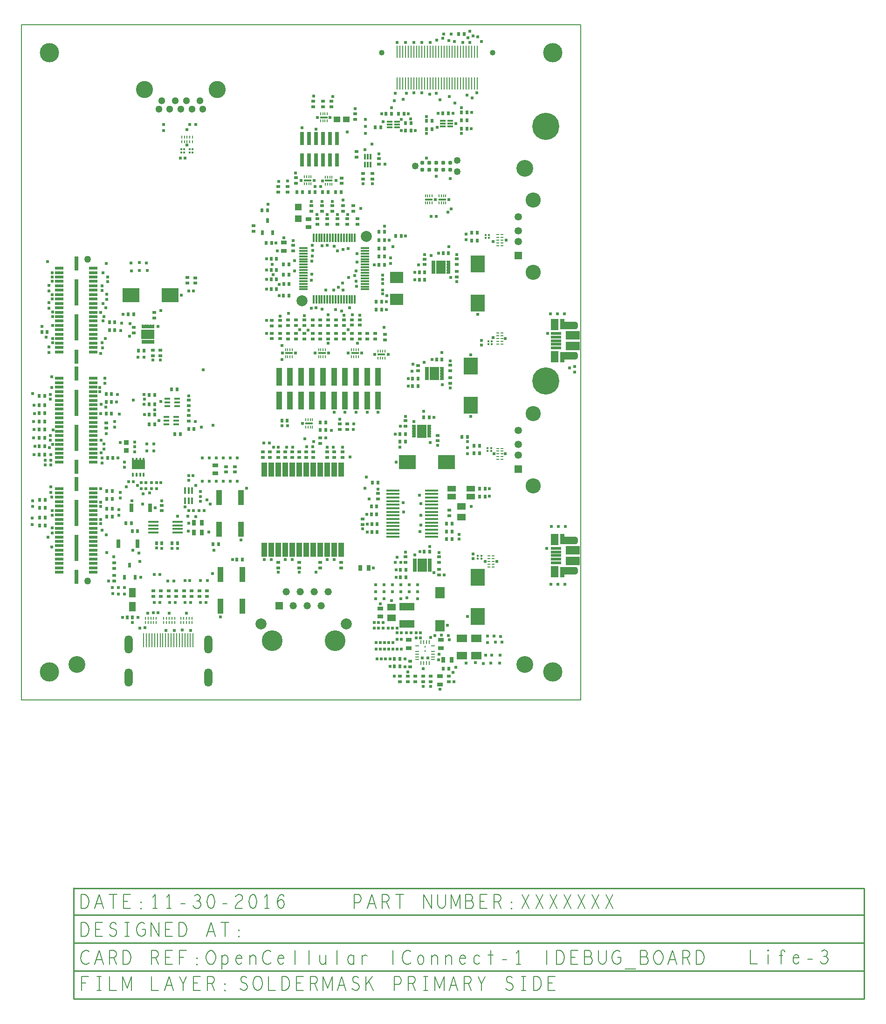
<source format=gbr>
G04 ================== begin FILE IDENTIFICATION RECORD ==================*
G04 Layout Name:  D:/shamshu/Dburg/final/OC_Connect-1_DEBUG_Life-3_final.brd*
G04 Film Name:    smpr.gbr*
G04 File Format:  Gerber RS274X*
G04 File Origin:  Cadence Allegro 16.6-2015-S060*
G04 Origin Date:  Thu Dec 01 02:08:26 2016*
G04 *
G04 Layer:  VIA CLASS/SOLDERMASK_TOP*
G04 Layer:  PIN/SOLDERMASK_TOP*
G04 Layer:  PACKAGE GEOMETRY/SOLDERMASK_TOP*
G04 Layer:  DRAWING FORMAT/SMPR*
G04 Layer:  DRAWING FORMAT/FILM_LABEL_OUTLINE*
G04 Layer:  BOARD GEOMETRY/OUTLINE*
G04 Layer:  BOARD GEOMETRY/SOLDERMASK_TOP*
G04 *
G04 Offset:    (0.000 0.000)*
G04 Mirror:    No*
G04 Mode:      Positive*
G04 Rotation:  0*
G04 FullContactRelief:  No*
G04 UndefLineWidth:     6.000*
G04 ================== end FILE IDENTIFICATION RECORD ====================*
%FSLAX25Y25*MOIN*%
%IR0*IPPOS*OFA0.00000B0.00000*MIA0B0*SFA1.00000B1.00000*%
%ADD62R,.066929X.07874*%
%ADD72R,.010984X.089488*%
%ADD60R,.11X.055*%
%AMMACRO85*
4,1,23,-.062008,.035925,
.050071,.035925,
.052666,.035031,
.055067,.0337,
.0572,.031973,
.059001,.029901,
.060415,.027548,
.061398,.024985,
.061922,.022291,
.062008,.020645,
.062008,.000397,
.061769,-.002338,
.061058,-.004989,
.059898,-.007477,
.058324,-.009726,
.056383,-.011667,
.054134,-.013242,
.051646,-.014402,
.048995,-.015112,
.047984,-.015257,
-.034449,-.015257,
-.034449,-.035926,
-.062008,-.035926,
-.062008,.035925,
0.0*
%
%ADD85MACRO85*%
%ADD21R,.029X.104*%
%ADD13O,.059X.13*%
%ADD14C,.12*%
%AMMACRO86*
4,1,23,-.062008,-.035926,
.050071,-.035926,
.052666,-.035032,
.055067,-.033701,
.0572,-.031974,
.059001,-.029902,
.060415,-.027549,
.061398,-.024986,
.061922,-.022292,
.062008,-.020646,
.062008,-.000398,
.061769,.002337,
.061058,.004988,
.059898,.007476,
.058324,.009725,
.056383,.011666,
.054134,.013241,
.051646,.014401,
.048995,.015111,
.047984,.015256,
-.034449,.015256,
-.034449,.035925,
-.062008,.035925,
-.062008,-.035926,
0.0*
%
%ADD86MACRO86*%
%ADD46R,.04016X.10315*%
%ADD78C,.108*%
%ADD77R,.019X.008*%
%ADD30R,.008X.019*%
%ADD45C,.148*%
%ADD83C,.194*%
%ADD22R,.029X.189*%
%ADD29C,.122047*%
%ADD84R,.102362X.060039*%
%ADD56R,.008661X.014173*%
%ADD49R,.040157X.129921*%
%ADD10C,.137795*%
%ADD32R,.03937X.108268*%
%ADD57R,.008661X.015748*%
%ADD28R,.12X.1*%
%ADD75R,.1X.12*%
%ADD48R,.008661X.019685*%
%ADD59R,.027559X.009843*%
%ADD58R,.009843X.027559*%
%ADD17R,.03X.024*%
%ADD16R,.03X.06*%
%ADD39R,.012X.025*%
%ADD15R,.024X.03*%
%ADD64R,.025X.012*%
%ADD36R,.04X.015*%
%ADD20R,.061X.022*%
%ADD35R,.017X.05*%
%ADD12R,.05X.07*%
%ADD71R,.039X.012*%
%ADD70R,.012X.039*%
%ADD37R,.043X.028*%
%ADD23R,.038X.032*%
%ADD34R,.028X.043*%
%ADD33R,.075X.015*%
%ADD19C,.05*%
%ADD61R,.059X.051*%
%ADD11C,.024*%
%ADD43C,.052*%
%ADD82C,.053*%
%ADD76R,.075X.055*%
%ADD24R,.02X.02*%
%ADD65R,.095X.018*%
%ADD74C,.04016*%
%ADD42R,.052X.052*%
%ADD81R,.053X.053*%
%ADD67R,.094X.079*%
%ADD44C,.079*%
%ADD41C,.051181*%
%ADD38R,.098X.069*%
%ADD63R,.069X.098*%
%ADD40R,.011811X.011811*%
%ADD69C,.04937*%
%ADD18R,.023622X.033465*%
%ADD68C,.030984*%
%ADD51R,.011811X.062992*%
%ADD50C,.07874*%
%ADD52R,.062992X.011811*%
%ADD54R,.045276X.043307*%
%ADD53R,.047244X.047244*%
%ADD25R,.016535X.017717*%
%ADD73R,.019685X.023622*%
%ADD47R,.055118X.015748*%
%ADD79R,.055118X.07874*%
%ADD66R,.059055X.03937*%
%ADD26R,.016535X.027559*%
%ADD55R,.029134X.094488*%
%ADD80R,.072835X.019685*%
%ADD31R,.011X.102*%
%ADD27R,.093307X.066929*%
%ADD87C,.01*%
%ADD88C,.006*%
G75*
%LPD*%
G75*
G36*
G01X85880Y265650D02*
X94956D01*
Y268150D01*
X85880D01*
Y265650D01*
G37*
G36*
G01Y254850D02*
X94956D01*
Y257350D01*
X85880D01*
Y254850D01*
G37*
G36*
G01X290768Y100938D02*
Y91862D01*
X293268D01*
Y100938D01*
X290768D01*
G37*
G36*
G01X279968D02*
Y91862D01*
X282468D01*
Y100938D01*
X279968D01*
G37*
G36*
G01X299468Y237838D02*
Y228762D01*
X301968D01*
Y237838D01*
X299468D01*
G37*
G36*
G01X288668D02*
Y228762D01*
X291168D01*
Y237838D01*
X288668D01*
G37*
G36*
G01X304168Y313838D02*
Y304762D01*
X306668D01*
Y313838D01*
X304168D01*
G37*
G36*
G01X293368D02*
Y304762D01*
X295868D01*
Y313838D01*
X293368D01*
G37*
G36*
G01X279468Y187662D02*
Y196738D01*
X281968D01*
Y187662D01*
X279468D01*
G37*
G36*
G01X290268D02*
Y196738D01*
X292768D01*
Y187662D01*
X290268D01*
G37*
G54D10*
X20000Y20000D03*
Y462677D03*
X380000Y20000D03*
Y462677D03*
G54D11*
X7500Y125500D03*
Y130000D03*
X7922Y142235D03*
X8000Y138500D03*
Y219000D03*
X9000Y175500D03*
Y193500D03*
X8500Y187500D03*
X9500Y181500D03*
X8500Y199075D03*
X9000Y210575D03*
X9250Y204750D03*
X72250Y59000D03*
X84518Y51500D03*
X79387Y55432D03*
X83318Y59000D03*
X73718Y75700D03*
X69318Y75800D03*
X65118Y75900D03*
X39218Y133750D03*
Y108750D03*
Y88000D03*
X62218Y85032D03*
X85153Y87565D03*
X21000Y148500D03*
X21500Y144875D03*
X22000Y135500D03*
Y132000D03*
Y123000D03*
Y119500D03*
X56500Y141500D03*
Y138500D03*
Y129000D03*
Y126000D03*
X84000Y105000D03*
X61000Y105500D03*
X79000Y142500D03*
X73618Y80500D03*
X69418D03*
X65100D03*
X79500Y107000D03*
X66000Y102500D03*
X84518Y99000D03*
X70500Y148500D03*
X69500Y136000D03*
X70500Y144500D03*
X69500Y132000D03*
X60500Y118000D03*
X21500Y109500D03*
X57500Y121500D03*
X19000Y116500D03*
X39218Y212500D03*
Y187500D03*
Y166750D03*
Y154500D03*
X21500Y223500D03*
X22225Y182662D03*
X19787Y180293D03*
X21000Y152500D03*
X56500Y151000D03*
X60250Y209250D03*
X60500Y190500D03*
X56000Y223500D03*
Y220500D03*
X57000Y185825D03*
X56876Y176845D03*
X70000Y204500D03*
X69000Y173000D03*
X75000Y152500D03*
X70500Y184000D03*
X81000Y184500D03*
X22500Y193000D03*
X56945Y211315D03*
X56500Y204725D03*
X73500Y166500D03*
X83000Y153500D03*
X73500Y170000D03*
X79950Y214500D03*
X68000Y213000D03*
X66500Y195000D03*
Y199000D03*
X20500Y215000D03*
Y218500D03*
X57500Y169500D03*
Y173000D03*
X68500Y218500D03*
X59000Y179500D03*
X20503Y185594D03*
X21000Y168000D03*
X17000D03*
X21000Y171500D03*
X17000D03*
X21000Y175375D03*
X20500Y188994D03*
X59000Y183000D03*
X14500Y267000D03*
X39218Y245500D03*
Y266250D03*
Y291250D03*
X22218Y255250D03*
Y258400D03*
Y267850D03*
Y274150D03*
Y277300D03*
X22000Y286625D03*
Y289775D03*
X56736Y247700D03*
X57736Y255500D03*
X57836Y251700D03*
X58218Y270875D03*
Y283475D03*
X60436Y280325D03*
X57736Y292800D03*
X57626Y296198D03*
X39218Y233250D03*
X83218Y244900D03*
X72618Y275800D03*
X21500Y231000D03*
X19500Y279900D03*
Y283900D03*
X61000Y286500D03*
Y290000D03*
X19500Y292500D03*
Y296500D03*
X59037Y274175D03*
X56675Y277175D03*
X19500Y248500D03*
X59500Y226500D03*
X19500Y252500D03*
X59500Y230000D03*
X77418Y259900D03*
X60000Y258275D03*
X17500Y259500D03*
X71000Y264000D03*
X71500Y269500D03*
X77518Y269200D03*
X39218Y312000D03*
X22000Y299350D03*
X58218Y305525D03*
X22000Y305500D03*
Y302500D03*
X60500Y312000D03*
X61500Y299000D03*
Y302500D03*
X18500Y313500D03*
X78518Y306800D03*
X84418Y307100D03*
X84218Y312700D03*
X78418Y312500D03*
X103118Y49659D03*
X109118Y49700D03*
X114918Y50100D03*
X121018Y49659D03*
X90118Y62100D03*
X117918Y62200D03*
X105682Y62000D03*
X142126Y59500D03*
X97716Y62390D03*
X94318Y62500D03*
X88218Y51600D03*
X94868Y69650D03*
X99008D03*
X105918Y69700D03*
X110058D03*
X116918D03*
X121058D03*
X127918D03*
X132058D03*
X100387Y108300D03*
X107649D03*
X111618Y131282D03*
X87000Y147500D03*
X117000Y138000D03*
X136500Y90500D03*
X156874Y114500D03*
X94798Y89700D03*
X98938D03*
X104600Y85000D03*
X109034Y85200D03*
X116917Y85299D03*
X120333D03*
X127917D03*
X132800Y85300D03*
X134000Y120000D03*
X124500Y131000D03*
X119168Y120750D03*
X119518Y126300D03*
X135000Y140000D03*
X111618Y108300D03*
X128000Y149000D03*
X86500Y140000D03*
X100118Y142500D03*
X95500Y137500D03*
X96450Y108800D03*
X132500Y143000D03*
X137500Y107000D03*
X151000Y100500D03*
X91500Y148000D03*
X119000Y131500D03*
X129218Y156400D03*
X154218D03*
X149218D03*
X144218D03*
X139218D03*
X134218D03*
X119718Y217500D03*
X124218Y199000D03*
X87918Y204000D03*
X87718Y211500D03*
X87818Y215100D03*
X99500Y155500D03*
X124500Y153500D03*
X98218Y199740D03*
X128500Y195000D03*
X95187Y207500D03*
X119718Y207000D03*
X122500Y160500D03*
X87618Y218500D03*
X137000Y196500D03*
X99500Y213500D03*
X89500Y178000D03*
X94500D03*
Y183000D03*
X129418Y173000D03*
X134418D03*
X154418D03*
X149418D03*
X144418D03*
X139418D03*
X89500Y183000D03*
X93518Y259500D03*
X93818Y263500D03*
X87018D03*
X87118Y259700D03*
X90418Y261500D03*
X114418Y289500D03*
X99500Y278300D03*
X99418Y242932D03*
X93918D03*
X87718Y245200D03*
X130000Y236000D03*
X119568Y292450D03*
X122968D03*
X97718Y266900D03*
X89818Y307100D03*
X89418Y312500D03*
X118418Y407677D03*
Y396677D03*
X113500Y387500D03*
X101557Y411443D03*
X120242Y411206D03*
X101557Y407151D03*
X124534Y411206D03*
X117000Y387500D03*
X210710Y91523D03*
X198718Y91532D03*
X183718D03*
X223718Y100442D03*
X218718D03*
X193718D03*
X178718D03*
X173718D03*
X188718D03*
X200962Y197700D03*
X183718Y180668D03*
X202618Y186800D03*
X229718Y180668D03*
X231362Y205604D03*
X223488D03*
X227518Y200668D03*
X217518Y187268D03*
X190118Y196200D03*
X161000Y151500D03*
X186150Y196100D03*
X221618Y192800D03*
X208884Y184866D03*
X180322Y180828D03*
X177288Y183535D03*
X222818Y180800D03*
X173148Y183535D03*
X208218Y181200D03*
X189568Y180850D03*
X204078Y181200D03*
X218600Y180800D03*
X193900Y180700D03*
X195961Y247900D03*
X219583D03*
X186449D03*
X210071D03*
X184150Y289200D03*
X184250Y297200D03*
X175250Y293800D03*
X217718Y293000D03*
X229818Y293100D03*
X219218Y254932D03*
X226518Y294900D03*
X186218Y253400D03*
X186118Y243500D03*
X230718Y275200D03*
X219218Y275300D03*
X202218Y274800D03*
X175118Y271500D03*
X190818Y276400D03*
X223218Y293000D03*
X224568Y279150D03*
X228950Y278104D03*
X175418Y262000D03*
X199018Y264700D03*
X205018Y264500D03*
X207118Y280200D03*
X210736Y280300D03*
X214989Y279471D03*
X185018Y274400D03*
X200000Y371500D03*
X215200Y371200D03*
X175250Y300600D03*
Y307400D03*
Y315400D03*
X182087Y326700D03*
X194218Y328232D03*
X187718Y330417D03*
X225918Y347168D03*
X218697D03*
X211218Y347200D03*
X222418Y356468D03*
X214918D03*
X207418D03*
X225918Y321200D03*
X179835Y303906D03*
X179401Y311265D03*
X207228Y300038D03*
X207918Y317300D03*
X209200Y371300D03*
X224800D03*
X176118Y354500D03*
X229618Y298100D03*
X195318Y313900D03*
X195118Y306700D03*
X229818Y322100D03*
X182918Y321100D03*
X208418Y321300D03*
X207718Y304400D03*
X230018Y357500D03*
X233318Y347200D03*
X207768Y313850D03*
X223613Y324500D03*
X218718Y325200D03*
X214818Y324800D03*
X207828Y325190D03*
X183900Y370800D03*
X190200Y370900D03*
X214000Y367200D03*
X209968Y366900D03*
X211700Y416500D03*
X210500Y408000D03*
X200500Y409000D03*
X220600Y416500D03*
X208900Y431600D03*
X196000Y376800D03*
X232800Y406000D03*
X222500Y431500D03*
X305918Y42900D03*
X305218Y46200D03*
X300218Y46500D03*
X295518Y46200D03*
X282218Y44500D03*
X285218D03*
X268718Y51500D03*
X255218D03*
X258718D03*
X262218D03*
X265218D03*
X274218Y23732D03*
X252218Y55500D03*
X255218D03*
X278718Y48000D03*
X285218D03*
X282218D03*
X275218D03*
X271718D03*
X268718D03*
X252218Y51500D03*
X292550Y44542D03*
X271718Y43500D03*
X266718Y16968D03*
X263550Y24000D03*
X258718Y55500D03*
X268718Y43500D03*
X290718Y30000D03*
X286718D03*
X287218Y22500D03*
X283318Y72300D03*
X271318D03*
X259318D03*
X253318D03*
X275718Y73100D03*
X256718Y68853D03*
X264718Y70987D03*
X299218Y7647D03*
X292718Y9832D03*
X287218D03*
X253718Y41000D03*
X268718Y36500D03*
X265718D03*
X262718D03*
X271718D03*
X259718Y41000D03*
X262718D03*
X265718D03*
X256718D03*
X253718Y36500D03*
X256718D03*
X259718D03*
X254218Y29500D03*
X257218D03*
X260218D03*
X263550D03*
X298718Y32816D03*
X274218Y29500D03*
X298365Y28700D03*
X276218Y20000D03*
X304618Y53300D03*
X286518Y96500D03*
X284618Y99700D03*
X288518Y99600D03*
X284518Y93200D03*
X288518Y93100D03*
X247250Y125700D03*
Y120100D03*
X244018Y122232D03*
X251571Y94500D03*
X246950Y132800D03*
X274718Y105613D03*
X302218Y89432D03*
X298518Y105513D03*
X285618Y125200D03*
X284718Y146400D03*
X285518Y140400D03*
X285589Y131916D03*
X273247Y134484D03*
X281234Y103635D03*
X285018Y106144D03*
X268618Y102000D03*
X267118Y98500D03*
X271218Y98476D03*
X267850Y93200D03*
Y87700D03*
X283318Y77300D03*
X277318D03*
X271318D03*
X265318D03*
X259318D03*
X253318D03*
X283318Y82300D03*
X277318D03*
X271318D03*
X265318D03*
X259318D03*
X253318D03*
X295018Y91044D03*
X292018Y109600D03*
X248618Y143800D03*
X285000Y120500D03*
X273000Y141000D03*
X287918Y189000D03*
X283968Y188700D03*
X288118Y195300D03*
X284218Y195400D03*
X286118Y192200D03*
X297518Y182032D03*
X274518Y202868D03*
X306718Y223132D03*
X267818Y170200D03*
X254984Y205604D03*
X247110D03*
X239236D03*
X254818Y150768D03*
X280729Y199108D03*
X287581Y206500D03*
X270550Y180800D03*
X267350Y190200D03*
X271018Y195700D03*
X237487Y197468D03*
X245518Y151500D03*
X246518Y159500D03*
X292418Y184200D03*
X294818Y202200D03*
X237318Y193532D03*
X234818Y173632D03*
X260887Y278900D03*
X295318Y233400D03*
X293418Y236600D03*
X297318Y236500D03*
X293168Y229900D03*
X297118Y230200D03*
X261249Y288900D03*
X260987Y284700D03*
X252662Y247000D03*
X233693Y247900D03*
X262174Y247000D03*
X243205Y247900D03*
X280018Y240100D03*
X306718Y242469D03*
X287918Y241500D03*
X239618Y295700D03*
X293581Y243300D03*
X276550Y224300D03*
Y229800D03*
X279218Y235200D03*
X240318Y255100D03*
X300618Y248300D03*
X301018Y225400D03*
X259418Y266500D03*
X234500Y280500D03*
X233518Y264700D03*
X236500Y275500D03*
X242018Y274900D03*
X274618Y331700D03*
X233887Y301900D03*
X300118Y309400D03*
X298218Y312600D03*
X302118Y312500D03*
X297968Y305900D03*
X301918Y306200D03*
X258318Y303778D03*
X305774Y357800D03*
X295974D03*
X288418Y318368D03*
X293018Y317600D03*
X262918Y328700D03*
X259587Y338600D03*
X239318Y306800D03*
X252218Y311000D03*
X244300Y369100D03*
X251000Y369000D03*
X298281Y319300D03*
X281250Y300300D03*
Y305800D03*
X283918Y311200D03*
X264018Y312147D03*
Y316152D03*
X305718Y324000D03*
X306918Y302200D03*
X239118Y299300D03*
X239818Y312950D03*
X238318Y303500D03*
X296718Y345800D03*
X239918Y319000D03*
X242718Y351500D03*
X293056Y345800D03*
X304787Y348669D03*
X233518Y322800D03*
X265700Y324100D03*
X278437Y415500D03*
X257532Y418969D03*
X276468Y419032D03*
X289563Y405000D03*
X299350Y429050D03*
X296600Y433700D03*
X292000Y433000D03*
X286406Y434100D03*
X306618Y372700D03*
X296718Y374300D03*
X289718Y387500D03*
X255500Y390500D03*
X245500Y393500D03*
X267200Y433700D03*
X275400D03*
X280500Y434100D03*
X238700Y422800D03*
X289500Y417000D03*
X258500Y413500D03*
X297294Y409500D03*
X260000Y383000D03*
X264500Y423500D03*
X273000Y429500D03*
X271500Y407000D03*
X266500Y428500D03*
X246000Y405132D03*
Y410131D03*
X250700Y397300D03*
X246000Y415131D03*
X306095Y431300D03*
X271500Y415000D03*
X281668Y407000D03*
X298000Y419500D03*
X268698Y470100D03*
X274604D03*
X280509D03*
X286415D03*
X292320D03*
X297100Y471700D03*
X305516Y471484D03*
X301400Y472900D03*
X343518Y41500D03*
X338818Y41400D03*
X333418Y41000D03*
X342618Y45500D03*
X338018Y45700D03*
X333118Y45600D03*
X318818Y59700D03*
X309218Y13032D03*
X310518Y23500D03*
X308552Y19658D03*
X331918Y31900D03*
X336318Y32100D03*
X342118D03*
X341918Y26300D03*
X335718D03*
X330218Y26200D03*
X317918Y26300D03*
X324718Y26600D03*
X378818Y124100D03*
X378618Y82600D03*
X339794Y99000D03*
X331642D03*
X321618Y138400D03*
X375618Y108300D03*
X322818Y100900D03*
X313038Y118500D03*
X322818Y104300D03*
X313038Y115100D03*
X334596Y145655D03*
X346092Y175926D03*
X337940D03*
X318787Y184800D03*
X321318Y202700D03*
X318918Y176100D03*
Y180400D03*
X334579Y151155D03*
X378218Y275900D03*
X346092Y258400D03*
X337218Y259100D03*
X326118Y275800D03*
X376118Y261900D03*
X329018Y253700D03*
X328918Y257173D03*
X321318Y246700D03*
X346718Y328626D03*
X337168Y327650D03*
X311418Y299132D03*
Y318468D03*
X318017Y329199D03*
X317916Y332894D03*
X307418Y351000D03*
X310706Y412000D03*
X321468Y408532D03*
X325776Y434100D03*
X318700Y432500D03*
X308500Y419500D03*
X322000Y420000D03*
X322400Y430500D03*
X310032Y426800D03*
X314500Y405000D03*
Y423500D03*
X315700Y470100D03*
X329000Y470700D03*
X319343Y473450D03*
X322900Y474700D03*
X326300Y473900D03*
X320700Y470200D03*
X320500Y478100D03*
X309700Y470600D03*
X388818Y124100D03*
X383818D03*
X388618Y82600D03*
X383618D03*
X388218Y275900D03*
X383218D03*
X395500Y238500D03*
Y234500D03*
X392000Y237500D03*
G54D20*
X51368Y94475D03*
Y97625D03*
Y100775D03*
Y103925D03*
X27068D03*
Y100775D03*
Y97625D03*
Y94475D03*
Y91325D03*
X51368D03*
X27068Y107075D03*
X51368D03*
Y116525D03*
Y110225D03*
Y113375D03*
X27068Y135425D03*
Y132275D03*
Y129125D03*
Y125975D03*
Y122825D03*
Y119675D03*
X51368D03*
Y122825D03*
Y125975D03*
Y129125D03*
Y132275D03*
Y135425D03*
X27068Y116525D03*
Y113375D03*
Y110225D03*
Y148025D03*
Y144875D03*
Y141725D03*
Y138575D03*
X51368D03*
Y141725D03*
Y144875D03*
Y148025D03*
X27068Y151175D03*
X51368D03*
Y195275D03*
Y192125D03*
Y188975D03*
Y185825D03*
Y182675D03*
Y179525D03*
Y176375D03*
Y173225D03*
Y170075D03*
X27068D03*
Y173225D03*
Y176375D03*
Y179525D03*
Y182675D03*
Y185825D03*
Y188975D03*
Y192125D03*
Y195275D03*
X51368Y220475D03*
Y217325D03*
Y214175D03*
Y211025D03*
Y207875D03*
Y204725D03*
Y201575D03*
Y198425D03*
X27068D03*
Y201575D03*
Y204725D03*
Y207875D03*
Y211025D03*
Y214175D03*
Y217325D03*
Y220475D03*
X51368Y226775D03*
Y223625D03*
X27068D03*
Y226775D03*
X51368Y229925D03*
X27068D03*
Y274025D03*
Y270875D03*
Y267725D03*
Y264575D03*
Y261425D03*
Y258275D03*
Y255125D03*
Y251975D03*
Y248825D03*
Y296075D03*
Y292925D03*
Y289775D03*
Y286625D03*
Y283475D03*
Y280325D03*
Y277175D03*
X51368Y248825D03*
Y251975D03*
Y255125D03*
Y258275D03*
Y261425D03*
Y264575D03*
Y267725D03*
Y270875D03*
Y274025D03*
Y277175D03*
Y280325D03*
Y283475D03*
Y286625D03*
Y289775D03*
Y292925D03*
Y296075D03*
X27068Y305525D03*
Y302375D03*
Y299225D03*
Y308675D03*
X51368Y299225D03*
Y302375D03*
Y305525D03*
Y308675D03*
G54D12*
X79418Y76800D03*
Y66800D03*
G54D30*
X121855Y58426D03*
X119887D03*
X117918D03*
X115949D03*
X113981D03*
Y55374D03*
X115949D03*
X117918D03*
X119887D03*
X121855D03*
X88509D03*
X90477D03*
X92446D03*
X94415D03*
X96383D03*
Y58426D03*
X94415D03*
X92446D03*
X90477D03*
X88509D03*
X101745Y55374D03*
X103713D03*
X105682D03*
X107651D03*
X109619D03*
Y58426D03*
X107651D03*
X105682D03*
X103713D03*
X101745D03*
X122355Y402203D03*
X120387D03*
X118418D03*
X116449D03*
X114481D03*
Y399151D03*
X116449D03*
X118418D03*
X120387D03*
X122355D03*
G54D21*
X39218Y88000D03*
Y154500D03*
Y166750D03*
Y233250D03*
Y245500D03*
Y312000D03*
G54D31*
X87302Y42559D03*
X89270D03*
X91239D03*
X93207D03*
X95176D03*
X97144D03*
X99113D03*
X101081D03*
X103050D03*
X105018D03*
X106987D03*
X108955D03*
X110924D03*
X112892D03*
X114861D03*
X116829D03*
X118798D03*
X120766D03*
X122735D03*
G54D40*
X122402Y393858D03*
Y391496D03*
X120434Y393858D03*
Y391496D03*
X116402Y393858D03*
Y391496D03*
X114434Y393858D03*
Y391496D03*
X328799Y100916D03*
X326437D03*
X328799Y102884D03*
X326437D03*
X335797Y177926D03*
X333435D03*
X335797Y179894D03*
X333435D03*
X336397Y254516D03*
X334035D03*
X336397Y256484D03*
X334035D03*
X334297Y330442D03*
X331935D03*
X334297Y332411D03*
X331935D03*
G54D22*
X39218Y108750D03*
Y133750D03*
Y187500D03*
Y212500D03*
Y266250D03*
Y291250D03*
G54D13*
X76475Y16103D03*
Y39567D03*
X133561Y16103D03*
Y39567D03*
G54D50*
X200549Y285231D03*
X246687Y331369D03*
G54D41*
X109981Y428408D03*
X117855D03*
X100139D03*
X127698D03*
X98170Y422502D03*
X106044D03*
X113918D03*
X121792D03*
X129666D03*
G54D23*
X75000Y178500D03*
Y184100D03*
G54D32*
X157874Y67181D03*
X142126D03*
X141126Y122181D03*
Y144819D03*
X156874Y122181D03*
Y144819D03*
X157874Y89819D03*
X142126D03*
G54D14*
X39718Y25300D03*
X360000D03*
Y380000D03*
G54D51*
X230508Y286253D03*
X228539D03*
X226571D03*
X224602D03*
X222634D03*
X220665D03*
X218697D03*
X216728D03*
X214760D03*
X212791D03*
X210823D03*
X208854D03*
Y330347D03*
X210823D03*
X212791D03*
X214760D03*
X216728D03*
X218697D03*
X220665D03*
X222634D03*
X224602D03*
X226571D03*
X228539D03*
X230508D03*
X238382Y286253D03*
X236413D03*
X234445D03*
X232476D03*
Y330347D03*
X234445D03*
X236413D03*
X238382D03*
G54D42*
X184218Y67500D03*
G54D24*
X80000Y156000D03*
X76500D03*
X81000Y177500D03*
Y181000D03*
X130500Y135500D03*
X127000D03*
X128000Y145500D03*
Y142000D03*
X123000Y135500D03*
X119500D03*
X93000Y155500D03*
X96500D03*
X85500D03*
X89000D03*
Y151000D03*
X85500D03*
X119500Y160500D03*
Y157000D03*
X96500Y151000D03*
X93000D03*
X258318Y290422D03*
Y293178D03*
Y300578D03*
Y297822D03*
G54D33*
X94118Y119700D03*
Y122260D03*
Y124820D03*
Y127380D03*
X111618D03*
Y124820D03*
Y122260D03*
Y119700D03*
G54D15*
X79387Y59000D03*
X75450D03*
X74532Y126500D03*
X78468D03*
X83087Y120800D03*
X79150D03*
X64919Y149238D03*
X60982D03*
X64919Y143638D03*
X60982D03*
X64919Y136639D03*
X60982D03*
X64919Y131039D03*
X60982D03*
X16982Y143189D03*
X13045D03*
X16982Y137489D03*
X13045D03*
X16982Y124690D03*
X13045D03*
X16982Y130390D03*
X13045D03*
X12545Y187475D03*
X16482D03*
X64419Y218550D03*
X60482D03*
X16482Y181475D03*
X12545D03*
X16482Y210575D03*
X12545D03*
X16482Y204875D03*
X12545D03*
X16482Y199075D03*
X12545D03*
X16482Y193275D03*
X12545D03*
X64419Y212950D03*
X60482D03*
Y204725D03*
X64419D03*
X16482Y217275D03*
X12545D03*
X16482Y175375D03*
X12545D03*
X61482Y172900D03*
X65419D03*
X66750Y270050D03*
X62813D03*
X66750Y264250D03*
X62813D03*
X83750Y249700D03*
X80287Y275800D03*
X76350D03*
X14450Y263053D03*
X18387D03*
X154032Y100500D03*
X157968D03*
X137032Y111500D03*
X140968D03*
X107681Y112000D03*
X111618D03*
X96450D03*
X100387D03*
X95187Y218000D03*
X91250D03*
X107250Y222000D03*
X111187D03*
X95187Y197000D03*
X91250D03*
X113487Y190000D03*
X109550D03*
X119450Y193829D03*
X123387D03*
X91250Y211500D03*
X95187D03*
X91250Y204000D03*
X95187D03*
X87687Y249700D03*
X213550Y193000D03*
X217487D03*
X213550Y198500D03*
X217487D03*
X186150Y199600D03*
X190087D03*
X191387Y297473D03*
X187450D03*
X182387Y293800D03*
X178450D03*
X191287Y289200D03*
X187350D03*
X174950Y326700D03*
X178887D03*
X182387Y315400D03*
X178450D03*
X182387Y300600D03*
X178450D03*
X172050Y350100D03*
X175987D03*
X191287Y304200D03*
X187350D03*
X182387Y307400D03*
X178450D03*
X191287Y311253D03*
X187350D03*
X206032Y363000D03*
X209968D03*
X224532D03*
X228468D03*
X219300D03*
X215363D03*
X200969D03*
X197032D03*
X301750Y22500D03*
X305687D03*
X270687Y29500D03*
X266750D03*
Y24000D03*
X270687D03*
X254087Y132800D03*
X250150D03*
X303950Y126000D03*
X254387Y125700D03*
X250450D03*
X303920Y120403D03*
X303901Y114877D03*
X254087Y138400D03*
X250150D03*
X271050Y87700D03*
X274987D03*
X271050Y93200D03*
X274987D03*
X288081Y106100D03*
X292018D03*
X254387Y120100D03*
X250450D03*
X254787Y155500D03*
X250850D03*
X270550Y190200D03*
X274487D03*
X270550Y184700D03*
X274487D03*
X287581Y202200D03*
X291518D03*
X296781Y243300D03*
X300718D03*
X279750Y224300D03*
X283687D03*
X279750Y229800D03*
X283687D03*
X253650Y284700D03*
X257587D03*
X257687Y278900D03*
X253750D03*
X301481Y319300D03*
X305418D03*
X284450Y300300D03*
X288387D03*
X284450Y305800D03*
X288387D03*
X255650Y334700D03*
X259587D03*
X267650Y331700D03*
X271587D03*
X255650Y328700D03*
X259587D03*
Y311121D03*
X255650D03*
X259587Y316900D03*
X255650D03*
X259587Y322800D03*
X255650D03*
X256969Y409500D03*
X253032D03*
X305181Y419500D03*
X301244D03*
X293468Y414000D03*
X289532D03*
X278468Y407000D03*
X274532D03*
Y412500D03*
X278468D03*
X293468Y408000D03*
X289532D03*
X269532Y419000D03*
X273468D03*
X264468D03*
X260532D03*
X307887Y126000D03*
X307857Y120403D03*
X307838Y114877D03*
X331675Y145428D03*
X327738D03*
X327684Y181827D03*
X323747D03*
X327684Y176227D03*
X323747D03*
X331675Y150928D03*
X327738D03*
X314850Y188200D03*
X318787D03*
X325984Y328500D03*
X322047D03*
X325984Y334000D03*
X322047D03*
X314532Y414500D03*
X318468D03*
X314532Y420000D03*
X318468D03*
X314532Y408500D03*
X318468D03*
X316506Y476100D03*
X312569D03*
G54D60*
X275718Y66602D03*
Y54398D03*
G54D25*
X79661Y172504D03*
X82221D03*
X84780D03*
X87339D03*
G54D52*
X201571Y293536D03*
Y295505D03*
Y297473D03*
Y299442D03*
Y301410D03*
Y303379D03*
Y305347D03*
Y307316D03*
Y309284D03*
Y311253D03*
Y313221D03*
Y315190D03*
Y317158D03*
Y319127D03*
Y321095D03*
Y323064D03*
X245665Y295505D03*
Y293536D03*
Y323064D03*
Y321095D03*
Y319127D03*
Y317158D03*
Y315190D03*
Y313221D03*
Y311253D03*
Y309284D03*
Y307316D03*
Y305347D03*
Y303379D03*
Y301410D03*
Y299442D03*
Y297473D03*
G54D43*
X189218Y77500D03*
X194218Y67500D03*
X199218Y77500D03*
X204218Y67500D03*
X209218Y77500D03*
X214218Y67500D03*
X219218Y77500D03*
G54D61*
X264718Y66437D03*
Y58563D03*
X314718Y130563D03*
Y138437D03*
G54D34*
X123165Y119800D03*
X129071D03*
X123165Y126800D03*
X129071D03*
X301765Y28700D03*
X242265Y94500D03*
X248171D03*
X307671Y28700D03*
G54D70*
X249468Y388256D03*
X247500D03*
X245532D03*
Y382744D03*
X247500D03*
X249468D03*
G54D16*
X78625Y137300D03*
X69425Y111800D03*
X82811D03*
X92011Y137300D03*
G54D80*
X382227Y108321D03*
Y105762D03*
Y98085D03*
Y100644D03*
Y103203D03*
Y261921D03*
Y259362D03*
Y251685D03*
Y254244D03*
Y256803D03*
G54D26*
X79661Y160988D03*
X82221D03*
X84780D03*
X87339D03*
G54D53*
X197818Y352234D03*
Y343966D03*
G54D44*
X171226Y54508D03*
X232210D03*
G54D71*
X306756Y410031D03*
Y412000D03*
Y413968D03*
X301244D03*
Y412000D03*
Y410031D03*
X263244Y413468D03*
Y411500D03*
Y409532D03*
X268756D03*
Y411500D03*
Y413468D03*
G54D35*
X119500Y149750D03*
X116950D03*
X122050D03*
Y142250D03*
X119500D03*
X116950D03*
G54D17*
X66118Y94032D03*
Y97968D03*
Y88968D03*
Y85032D03*
X60500Y198168D03*
Y194232D03*
X80418Y262532D03*
Y266468D03*
X132618Y74032D03*
X94118D03*
X99618D03*
X116118D03*
X121618D03*
X105118D03*
X110618D03*
X127118D03*
X100118Y139168D03*
Y135232D03*
X132618Y77968D03*
X94118D03*
X99618D03*
X116118D03*
X121618D03*
X105118D03*
X110618D03*
X127118D03*
X119718Y203468D03*
Y199532D03*
Y210532D03*
Y214468D03*
X152618Y166868D03*
Y162932D03*
X146118Y166868D03*
Y162932D03*
X94918Y273032D03*
Y276968D03*
X99418Y246132D03*
Y250068D03*
X93918Y246132D03*
Y250068D03*
X118518Y301968D03*
Y298032D03*
X124318Y301868D03*
Y297932D03*
X183718Y98468D03*
Y94532D03*
X198718Y98468D03*
Y94532D03*
X213718Y98468D03*
Y94532D03*
X228718Y98468D03*
Y94532D03*
X227518Y193532D03*
Y197468D03*
X233018D03*
Y193532D03*
X223718Y177468D03*
Y173532D03*
X218718Y177468D03*
Y173532D03*
X193718Y177468D03*
Y173532D03*
X188718Y177468D03*
Y173532D03*
X208718D03*
Y177468D03*
X203718Y173532D03*
Y177468D03*
X172718Y173532D03*
Y177468D03*
X177718Y173532D03*
Y177468D03*
X229718D03*
Y173532D03*
X183718Y177468D03*
Y173532D03*
X198718Y177468D03*
Y173532D03*
X213718Y187268D03*
Y183332D03*
X230718Y271768D03*
Y267832D03*
X190718Y271568D03*
Y267632D03*
X179018Y271468D03*
Y267532D03*
X202218Y271568D03*
Y267632D03*
X219218Y258132D03*
Y262068D03*
Y271668D03*
Y267732D03*
X230718Y262068D03*
Y258132D03*
X190718D03*
Y262068D03*
X184892Y258232D03*
Y262168D03*
X208118Y258132D03*
Y262068D03*
X213518Y258132D03*
Y262068D03*
X224918Y258132D03*
Y262068D03*
X179018Y258232D03*
Y262168D03*
X196318Y258132D03*
Y262068D03*
X202218Y258132D03*
Y262068D03*
X196318Y267632D03*
Y271568D03*
X185018Y267532D03*
Y271468D03*
X208118Y267632D03*
Y271568D03*
X213518Y267632D03*
Y271568D03*
X224918Y267732D03*
Y271668D03*
X165918Y335032D03*
Y338968D03*
X222418Y349332D03*
Y353268D03*
X225918Y340032D03*
Y343968D03*
X207418Y349332D03*
Y353268D03*
X211718Y340032D03*
Y343968D03*
X214918Y349332D03*
Y353268D03*
X233018Y343968D03*
Y340032D03*
X229918Y353268D03*
Y349332D03*
X218697Y340032D03*
Y343968D03*
X228800Y369232D03*
X196200Y369532D03*
X183769Y366968D03*
Y363032D03*
X190269Y366968D03*
Y363032D03*
X194218Y321095D03*
Y325032D03*
X228800Y373168D03*
X196200Y373468D03*
X215457Y427969D03*
Y424032D03*
X221744Y427969D03*
Y424032D03*
X208744Y427969D03*
Y424032D03*
X281718Y13032D03*
Y16968D03*
X276218D03*
Y13032D03*
X270718D03*
Y16968D03*
X287218Y13032D03*
Y16968D03*
X305718Y13032D03*
Y16968D03*
X292718D03*
Y13032D03*
X277918Y27668D03*
Y23732D03*
X244018Y129368D03*
Y125432D03*
X298518Y93368D03*
Y89432D03*
X254818Y143632D03*
Y147568D03*
X306018Y131832D03*
Y135768D03*
X298518Y98332D03*
Y102268D03*
X274718Y98432D03*
Y102368D03*
X297518Y189168D03*
Y185232D03*
X274518Y195732D03*
Y199668D03*
X241918Y258132D03*
Y262068D03*
X306718Y230268D03*
Y226332D03*
X236418Y262068D03*
Y258132D03*
X247418Y262068D03*
Y258132D03*
X252918Y262068D03*
Y258132D03*
X259918Y261469D03*
Y257532D03*
X236437Y267882D03*
Y271818D03*
X241937Y267882D03*
Y271818D03*
X283718Y235232D03*
Y239168D03*
X306718Y235332D03*
Y239269D03*
X240118Y343968D03*
Y340032D03*
X237418Y353268D03*
Y349332D03*
X288418Y311232D03*
Y315168D03*
X239500Y388032D03*
Y391968D03*
X251000Y376468D03*
Y372532D03*
X244300Y376368D03*
Y372432D03*
X255500Y383032D03*
Y386968D03*
X238600Y419068D03*
Y415131D03*
X311418Y306268D03*
Y302332D03*
Y311332D03*
Y315268D03*
G54D62*
X299218Y76811D03*
Y53189D03*
G54D27*
X83500Y168272D03*
G54D54*
X225453Y415100D03*
X232147D03*
G54D18*
X73678Y87565D03*
X81158D03*
X77418Y96226D03*
X172278Y334165D03*
X179758D03*
X176018Y342826D03*
G54D63*
X286618Y96400D03*
X286118Y192200D03*
X295318Y233300D03*
X300018Y309300D03*
G54D81*
X355118Y165100D03*
Y317800D03*
G54D36*
X110718Y202300D03*
Y199740D03*
Y197180D03*
X103718D03*
Y199740D03*
Y202300D03*
X104218Y210200D03*
Y212760D03*
Y215320D03*
X111218D03*
Y212760D03*
Y210200D03*
G54D45*
X179218Y42500D03*
X224218D03*
G54D72*
X304127Y440824D03*
X302158D03*
X300190D03*
X298221D03*
X296253D03*
X294284D03*
X292316D03*
X290347D03*
X288379D03*
X286410D03*
X284442D03*
X282473D03*
X280505D03*
X278536D03*
X276568D03*
X274599D03*
X272631D03*
X270662D03*
X268694D03*
X304127Y463376D03*
X302158D03*
X300190D03*
X298221D03*
X296253D03*
X294284D03*
X292316D03*
X290347D03*
X288379D03*
X286410D03*
X284442D03*
X282473D03*
X280505D03*
X278536D03*
X276568D03*
X274599D03*
X272631D03*
X270662D03*
X268694D03*
X325780Y440824D03*
X323812D03*
X321843D03*
X319875D03*
X317906D03*
X315938D03*
X313969D03*
X312001D03*
X310032D03*
X308064D03*
X306095D03*
X325780Y463376D03*
X323812D03*
X321843D03*
X319875D03*
X317906D03*
X315938D03*
X313969D03*
X312001D03*
X310032D03*
X308064D03*
X306095D03*
G54D55*
X225457Y386156D03*
Y401510D03*
X220457Y386156D03*
X215457D03*
X210457D03*
X205457D03*
X200457D03*
X220457Y401510D03*
X215457D03*
X210457D03*
X205457D03*
X200457D03*
G54D73*
X301782Y476100D03*
X307294D03*
G54D82*
X355118Y174942D03*
Y182816D03*
Y192659D03*
Y327642D03*
Y335516D03*
Y345359D03*
G54D19*
X47218Y84875D03*
Y315125D03*
G54D37*
X138468Y167853D03*
Y161947D03*
X205118Y343853D03*
Y337947D03*
X187718Y321111D03*
Y327017D03*
X299218Y11047D03*
Y16953D03*
X256718Y65453D03*
Y59547D03*
X276918Y37008D03*
Y42914D03*
X300002Y37008D03*
Y42914D03*
G54D64*
X292018Y100338D03*
Y98369D03*
Y96400D03*
Y94431D03*
Y92462D03*
X281218D03*
Y94431D03*
Y96400D03*
Y98369D03*
Y100338D03*
X291518Y196138D03*
Y194169D03*
Y192200D03*
Y190231D03*
Y188262D03*
X280718D03*
Y190231D03*
Y192200D03*
Y194169D03*
Y196138D03*
X300718Y237238D03*
Y235269D03*
Y233300D03*
Y231331D03*
Y229362D03*
X289918D03*
Y231331D03*
Y233300D03*
Y235269D03*
Y237238D03*
X305418Y313238D03*
Y311269D03*
Y309300D03*
Y307331D03*
Y305362D03*
X294618D03*
Y307331D03*
Y309300D03*
Y311269D03*
Y313238D03*
G54D28*
X78418Y289500D03*
X106418D03*
X303818Y170200D03*
X275818D03*
G54D46*
X228718Y107400D03*
X223718D03*
X218718D03*
X213718D03*
X208718D03*
X203718D03*
X198718D03*
X193718D03*
X188718D03*
X183718D03*
X178718D03*
X173718D03*
Y164600D03*
X178718D03*
X183718D03*
X188718D03*
X193718D03*
X198718D03*
X203718D03*
X208718D03*
X213718D03*
X218718D03*
X223718D03*
X228718D03*
G54D47*
X205718Y197700D03*
X214827Y247900D03*
X191205D03*
X219669Y371250D03*
X204669Y371500D03*
X216244Y416500D03*
X238449Y247900D03*
X257418Y247000D03*
X301018Y357800D03*
X291218D03*
G54D38*
X90418Y261500D03*
G54D74*
X257591Y462596D03*
X336843D03*
G54D65*
X265639Y147275D03*
Y144716D03*
Y142157D03*
Y139598D03*
Y137039D03*
Y134480D03*
Y131920D03*
Y129361D03*
Y126802D03*
Y124243D03*
Y121684D03*
Y119125D03*
Y116566D03*
X293198D03*
Y119125D03*
Y121684D03*
Y124243D03*
Y126802D03*
Y129361D03*
Y131920D03*
Y134480D03*
Y137039D03*
Y139598D03*
Y142157D03*
Y144716D03*
Y147275D03*
X265639Y149834D03*
X293198D03*
G54D56*
X288618Y35001D03*
G54D29*
X88052Y436282D03*
X139784D03*
G54D83*
X374998Y228000D03*
Y410038D03*
G54D66*
X307494Y145425D03*
Y150925D03*
X321294Y145425D03*
Y150925D03*
G54D39*
X86480Y266900D03*
X88449D03*
X90418D03*
X92387D03*
X94356D03*
Y256100D03*
X92387D03*
X90418D03*
X88449D03*
X86480D03*
G54D48*
X203356Y195180D03*
Y200220D03*
X204931Y195180D03*
Y200220D03*
X206506Y195180D03*
Y200220D03*
X208080Y195180D03*
Y200220D03*
X212465Y245380D03*
Y250420D03*
X214039Y245380D03*
Y250420D03*
X215614Y245380D03*
Y250420D03*
X217189Y245380D03*
Y250420D03*
X188842Y245380D03*
Y250420D03*
X190417Y245380D03*
Y250420D03*
X191992Y245380D03*
Y250420D03*
X193567Y245380D03*
Y250420D03*
X217307Y368730D03*
X218882D03*
X220457D03*
X222031D03*
X202307Y368980D03*
X203882D03*
X205457D03*
X207031D03*
X217307Y373769D03*
X218882D03*
X220457D03*
X222031D03*
X202307Y374020D03*
X203882D03*
X205457D03*
X207031D03*
X218606Y419020D03*
Y413980D03*
X217031Y419020D03*
Y413980D03*
X215457Y419020D03*
Y413980D03*
X213882Y419020D03*
Y413980D03*
X236087Y245380D03*
Y250420D03*
X237661Y245380D03*
Y250420D03*
X239236Y245380D03*
Y250420D03*
X240811Y245380D03*
Y250420D03*
X259780Y249520D03*
Y244480D03*
X258206Y249520D03*
Y244480D03*
X256631Y249520D03*
Y244480D03*
X255056Y249520D03*
Y244480D03*
X298656Y355280D03*
Y360320D03*
X300231Y355280D03*
Y360320D03*
X301806Y355280D03*
Y360320D03*
X303380Y355280D03*
Y360320D03*
X288856Y355280D03*
Y360320D03*
X290431Y355280D03*
Y360320D03*
X292006Y355280D03*
Y360320D03*
X293580Y355280D03*
Y360320D03*
G54D75*
X326318Y59700D03*
Y87700D03*
X321318Y210700D03*
Y238700D03*
X326118Y283800D03*
Y311800D03*
G54D57*
X288618Y38032D03*
G54D84*
X394136Y106993D03*
Y99414D03*
Y260593D03*
Y253014D03*
G54D67*
X268318Y286226D03*
Y301974D03*
G54D76*
X325318Y31798D03*
Y44002D03*
X314818Y31698D03*
Y43902D03*
G54D58*
X285665Y26320D03*
Y41280D03*
X287634Y26320D03*
Y41280D03*
X289602Y26320D03*
Y41280D03*
X291571Y26320D03*
Y41280D03*
G54D49*
X231362Y214100D03*
X223488D03*
X215614D03*
X207740D03*
X199866D03*
X191992D03*
X184118D03*
X231362Y230911D03*
X223488D03*
X215614D03*
X207740D03*
X199866D03*
X191992D03*
X184118D03*
X254984Y214100D03*
X247110D03*
X239236D03*
X254984Y230911D03*
X247110D03*
X239236D03*
G54D85*
X391479Y91442D03*
Y245042D03*
G54D68*
X306618Y379100D03*
Y384100D03*
X301618Y379100D03*
Y384100D03*
X296618D03*
Y379100D03*
X291618Y384100D03*
Y379100D03*
X286618Y384100D03*
Y379100D03*
G54D59*
X283106Y28879D03*
Y30847D03*
Y32816D03*
Y34784D03*
Y38721D03*
X294130Y28879D03*
Y30847D03*
Y32816D03*
Y34784D03*
Y38721D03*
G54D77*
X334192Y102937D03*
Y100969D03*
Y99000D03*
Y97031D03*
Y95063D03*
X337244D03*
Y97031D03*
Y99000D03*
Y100969D03*
Y102937D03*
X340490Y179864D03*
Y177896D03*
Y175926D03*
Y173958D03*
Y171990D03*
X343542D03*
Y173958D03*
Y175926D03*
Y177896D03*
Y179864D03*
Y254463D03*
Y256431D03*
Y258400D03*
Y260369D03*
Y262337D03*
X340490D03*
Y260369D03*
Y258400D03*
Y256431D03*
Y254463D03*
Y332564D03*
Y330596D03*
Y328626D03*
Y326658D03*
Y324690D03*
X343542D03*
Y326658D03*
Y328626D03*
Y330596D03*
Y332564D03*
G54D86*
X391479Y114965D03*
Y268565D03*
G54D87*
G01X37218Y-193700D02*
X602518D01*
G01X37218Y-213700D02*
X602718D01*
Y-134771D01*
G01X37218Y-173700D02*
X602718D01*
G01X37218Y-153700D02*
X602618D01*
G01X37218Y-134300D02*
Y-213700D01*
G01Y-134500D02*
X602718D01*
G54D69*
X281618Y381600D03*
X311618Y377600D03*
Y385600D03*
G54D78*
X365787Y153013D03*
Y204746D03*
Y357446D03*
Y305713D03*
G54D88*
G01X0Y0D02*
X400000D01*
Y482677D01*
X0D01*
Y0D01*
G01X42718Y-149000D02*
Y-139000D01*
X45218D01*
X46218Y-139500D01*
X46968Y-140167D01*
X47593Y-141166D01*
X48093Y-142334D01*
X48218Y-144000D01*
X48093Y-145667D01*
X47593Y-146834D01*
X46968Y-147834D01*
X46218Y-148500D01*
X45218Y-149000D01*
X42718D01*
G01X52343D02*
X55468Y-139000D01*
X58593Y-149000D01*
G01X57468Y-145500D02*
X53468D01*
G01X65468Y-139000D02*
Y-149000D01*
G01X62593Y-139000D02*
X68343D01*
G01X77968Y-149000D02*
X72968D01*
Y-139000D01*
X77968D01*
G01X75968Y-143833D02*
X72968D01*
G01X85468Y-149333D02*
X85218Y-149167D01*
Y-148833D01*
X85468Y-148667D01*
X85718Y-148833D01*
Y-149167D01*
X85468Y-149333D01*
G01Y-144834D02*
X85218Y-144667D01*
Y-144333D01*
X85468Y-144167D01*
X85718Y-144333D01*
Y-144667D01*
X85468Y-144834D01*
G01X95468Y-149000D02*
Y-139000D01*
X93968Y-141000D01*
G01Y-149000D02*
X96968D01*
G01X105468D02*
Y-139000D01*
X103968Y-141000D01*
G01Y-149000D02*
X106968D01*
G01X113843Y-145667D02*
X117093D01*
G01X122718Y-147000D02*
X123468Y-148167D01*
X124468Y-148833D01*
X125593Y-149000D01*
X126593Y-148833D01*
X127593Y-148000D01*
X128218Y-147000D01*
X128343Y-146000D01*
X128093Y-144834D01*
X127218Y-144000D01*
X126343Y-143667D01*
X125218D01*
G01X126343D02*
X127093Y-143167D01*
X127718Y-142334D01*
X127968Y-141333D01*
X127718Y-140333D01*
X127093Y-139500D01*
X125968Y-139000D01*
X124843Y-139167D01*
X123718Y-139834D01*
G01X135468Y-139000D02*
X134468Y-139333D01*
X133718Y-140167D01*
X133218Y-141166D01*
X132843Y-142500D01*
X132718Y-144000D01*
X132843Y-145500D01*
X133218Y-146834D01*
X133718Y-147834D01*
X134468Y-148667D01*
X135468Y-149000D01*
X136468Y-148667D01*
X137218Y-147834D01*
X137718Y-146834D01*
X138093Y-145500D01*
X138218Y-144000D01*
X138093Y-142500D01*
X137718Y-141166D01*
X137218Y-140167D01*
X136468Y-139333D01*
X135468Y-139000D01*
G01X143843Y-145667D02*
X147093D01*
G01X153093Y-140667D02*
X153843Y-139667D01*
X154718Y-139167D01*
X155718Y-139000D01*
X156968Y-139333D01*
X157843Y-140167D01*
X158093Y-141166D01*
X157968Y-142167D01*
X157468Y-143000D01*
X154968Y-144667D01*
X153843Y-145833D01*
X153093Y-147500D01*
X152843Y-149000D01*
X158093D01*
G01X165468Y-139000D02*
X164468Y-139333D01*
X163718Y-140167D01*
X163218Y-141166D01*
X162843Y-142500D01*
X162718Y-144000D01*
X162843Y-145500D01*
X163218Y-146834D01*
X163718Y-147834D01*
X164468Y-148667D01*
X165468Y-149000D01*
X166468Y-148667D01*
X167218Y-147834D01*
X167718Y-146834D01*
X168093Y-145500D01*
X168218Y-144000D01*
X168093Y-142500D01*
X167718Y-141166D01*
X167218Y-140167D01*
X166468Y-139333D01*
X165468Y-139000D01*
G01X175468Y-149000D02*
Y-139000D01*
X173968Y-141000D01*
G01Y-149000D02*
X176968D01*
G01X183093Y-144834D02*
X183968Y-143667D01*
X184718Y-143000D01*
X185718Y-142667D01*
X186593Y-143000D01*
X187218Y-143667D01*
X187718Y-144667D01*
X187843Y-145833D01*
X187718Y-146834D01*
X187218Y-147834D01*
X186468Y-148667D01*
X185593Y-149000D01*
X184593Y-148667D01*
X183718Y-147667D01*
X183218Y-146167D01*
X183093Y-144500D01*
X183343Y-142334D01*
X183718Y-141166D01*
X184343Y-140000D01*
X185218Y-139167D01*
X186093Y-139000D01*
X186968Y-139333D01*
X187593Y-140167D01*
G01X42718Y-169000D02*
Y-159000D01*
X45218D01*
X46218Y-159500D01*
X46968Y-160167D01*
X47593Y-161166D01*
X48093Y-162334D01*
X48218Y-164000D01*
X48093Y-165667D01*
X47593Y-166834D01*
X46968Y-167834D01*
X46218Y-168500D01*
X45218Y-169000D01*
X42718D01*
G01X57968D02*
X52968D01*
Y-159000D01*
X57968D01*
G01X55968Y-163833D02*
X52968D01*
G01X62843Y-167667D02*
X63843Y-168500D01*
X64968Y-169000D01*
X65968D01*
X66968Y-168500D01*
X67718Y-167667D01*
X68093Y-166500D01*
X67843Y-165334D01*
X67218Y-164333D01*
X66093Y-163667D01*
X64593Y-163333D01*
X63718Y-162667D01*
X63343Y-161500D01*
X63593Y-160333D01*
X64218Y-159500D01*
X65093Y-159000D01*
X65968D01*
X66843Y-159333D01*
X67593Y-160167D01*
G01X73968Y-159000D02*
X76968D01*
G01X75468D02*
Y-169000D01*
G01X73968D02*
X76968D01*
G01X86218Y-164000D02*
X88718D01*
Y-167000D01*
X87968Y-168000D01*
X87093Y-168667D01*
X85843Y-169000D01*
X84593Y-168667D01*
X83718Y-168000D01*
X82968Y-167000D01*
X82468Y-165833D01*
X82218Y-164500D01*
Y-163333D01*
X82468Y-162334D01*
X82968Y-161166D01*
X83718Y-160167D01*
X84468Y-159500D01*
X85468Y-159000D01*
X86343D01*
X87343Y-159333D01*
X88093Y-160000D01*
G01X92593Y-169000D02*
Y-159000D01*
X98343Y-169000D01*
Y-159000D01*
G01X107968Y-169000D02*
X102968D01*
Y-159000D01*
X107968D01*
G01X105968Y-163833D02*
X102968D01*
G01X112718Y-169000D02*
Y-159000D01*
X115218D01*
X116218Y-159500D01*
X116968Y-160167D01*
X117593Y-161166D01*
X118093Y-162334D01*
X118218Y-164000D01*
X118093Y-165667D01*
X117593Y-166834D01*
X116968Y-167834D01*
X116218Y-168500D01*
X115218Y-169000D01*
X112718D01*
G01X132343D02*
X135468Y-159000D01*
X138593Y-169000D01*
G01X137468Y-165500D02*
X133468D01*
G01X145468Y-159000D02*
Y-169000D01*
G01X142593Y-159000D02*
X148343D01*
G01X155468Y-169333D02*
X155218Y-169167D01*
Y-168833D01*
X155468Y-168667D01*
X155718Y-168833D01*
Y-169167D01*
X155468Y-169333D01*
G01Y-164834D02*
X155218Y-164667D01*
Y-164333D01*
X155468Y-164167D01*
X155718Y-164333D01*
Y-164667D01*
X155468Y-164834D01*
G01X43093Y-207500D02*
Y-197500D01*
X47843D01*
G01X46093Y-202333D02*
X43093D01*
G01X53968Y-197500D02*
X56968D01*
G01X55468D02*
Y-207500D01*
G01X53968D02*
X56968D01*
G01X62968Y-197500D02*
Y-207500D01*
X67968D01*
G01X72218D02*
Y-197500D01*
X75468Y-205833D01*
X78718Y-197500D01*
Y-207500D01*
G01X92968Y-197500D02*
Y-207500D01*
X97968D01*
G01X102343D02*
X105468Y-197500D01*
X108593Y-207500D01*
G01X107468Y-204000D02*
X103468D01*
G01X115468Y-207500D02*
Y-203000D01*
X112968Y-197500D01*
G01X117968D02*
X115468Y-203000D01*
G01X127968Y-207500D02*
X122968D01*
Y-197500D01*
X127968D01*
G01X125968Y-202333D02*
X122968D01*
G01X132968Y-207500D02*
Y-197500D01*
X136093D01*
X137093Y-198000D01*
X137718Y-198667D01*
X137968Y-200000D01*
X137718Y-201333D01*
X136968Y-202167D01*
X136093Y-202667D01*
X132968D01*
G01X136093D02*
X137968Y-207500D01*
G01X145468Y-207833D02*
X145218Y-207667D01*
Y-207333D01*
X145468Y-207167D01*
X145718Y-207333D01*
Y-207667D01*
X145468Y-207833D01*
G01Y-203334D02*
X145218Y-203167D01*
Y-202833D01*
X145468Y-202667D01*
X145718Y-202833D01*
Y-203167D01*
X145468Y-203334D01*
G01X48218Y-179834D02*
X47468Y-179333D01*
X46593Y-179000D01*
X45593D01*
X44468Y-179500D01*
X43593Y-180333D01*
X42968Y-181333D01*
X42468Y-183000D01*
X42343Y-184500D01*
X42593Y-186000D01*
X42968Y-187000D01*
X43718Y-188000D01*
X44593Y-188667D01*
X45468Y-189000D01*
X46343D01*
X47218Y-188667D01*
X47968Y-188167D01*
X48593Y-187500D01*
G01X52343Y-189000D02*
X55468Y-179000D01*
X58593Y-189000D01*
G01X57468Y-185500D02*
X53468D01*
G01X62968Y-189000D02*
Y-179000D01*
X66093D01*
X67093Y-179500D01*
X67718Y-180167D01*
X67968Y-181500D01*
X67718Y-182833D01*
X66968Y-183667D01*
X66093Y-184167D01*
X62968D01*
G01X66093D02*
X67968Y-189000D01*
G01X72718D02*
Y-179000D01*
X75218D01*
X76218Y-179500D01*
X76968Y-180167D01*
X77593Y-181166D01*
X78093Y-182334D01*
X78218Y-184000D01*
X78093Y-185667D01*
X77593Y-186834D01*
X76968Y-187834D01*
X76218Y-188500D01*
X75218Y-189000D01*
X72718D01*
G01X92968D02*
Y-179000D01*
X96093D01*
X97093Y-179500D01*
X97718Y-180167D01*
X97968Y-181500D01*
X97718Y-182833D01*
X96968Y-183667D01*
X96093Y-184167D01*
X92968D01*
G01X96093D02*
X97968Y-189000D01*
G01X107968D02*
X102968D01*
Y-179000D01*
X107968D01*
G01X105968Y-183833D02*
X102968D01*
G01X113093Y-189000D02*
Y-179000D01*
X117843D01*
G01X116093Y-183833D02*
X113093D01*
G01X125468Y-189333D02*
X125218Y-189167D01*
Y-188833D01*
X125468Y-188667D01*
X125718Y-188833D01*
Y-189167D01*
X125468Y-189333D01*
G01Y-184834D02*
X125218Y-184667D01*
Y-184333D01*
X125468Y-184167D01*
X125718Y-184333D01*
Y-184667D01*
X125468Y-184834D01*
G01X135468Y-189000D02*
X134468Y-188833D01*
X133593Y-188167D01*
X132843Y-187167D01*
X132343Y-186000D01*
X132093Y-184667D01*
Y-183333D01*
X132343Y-182000D01*
X132843Y-180833D01*
X133593Y-179834D01*
X134468Y-179167D01*
X135468Y-179000D01*
X136468Y-179167D01*
X137343Y-179834D01*
X138093Y-180833D01*
X138593Y-182000D01*
X138843Y-183333D01*
Y-184667D01*
X138593Y-186000D01*
X138093Y-187167D01*
X137343Y-188167D01*
X136468Y-188833D01*
X135468Y-189000D01*
G01X143218Y-192333D02*
Y-182334D01*
G01Y-183833D02*
X143843Y-183000D01*
X144468Y-182500D01*
X145468Y-182334D01*
X146343Y-182500D01*
X147218Y-183333D01*
X147593Y-184500D01*
X147718Y-185667D01*
X147593Y-186834D01*
X147218Y-188000D01*
X146468Y-188667D01*
X145468Y-189000D01*
X144593Y-188833D01*
X143718Y-188334D01*
X143218Y-187667D01*
G01X153593Y-184500D02*
X157593D01*
X157218Y-183333D01*
X156593Y-182667D01*
X155718Y-182334D01*
X154843Y-182500D01*
X154093Y-183000D01*
X153593Y-184167D01*
X153343Y-185167D01*
Y-186167D01*
X153593Y-187167D01*
X154218Y-188167D01*
X154968Y-188833D01*
X155843Y-189000D01*
X156718Y-188667D01*
X157593Y-187667D01*
G01X163343Y-189000D02*
Y-182334D01*
G01Y-184000D02*
X163843Y-183167D01*
X164593Y-182500D01*
X165593Y-182334D01*
X166468Y-182500D01*
X167218Y-183167D01*
X167593Y-184333D01*
Y-189000D01*
G01X178218Y-179834D02*
X177468Y-179333D01*
X176593Y-179000D01*
X175593D01*
X174468Y-179500D01*
X173593Y-180333D01*
X172968Y-181333D01*
X172468Y-183000D01*
X172343Y-184500D01*
X172593Y-186000D01*
X172968Y-187000D01*
X173718Y-188000D01*
X174593Y-188667D01*
X175468Y-189000D01*
X176343D01*
X177218Y-188667D01*
X177968Y-188167D01*
X178593Y-187500D01*
G01X183593Y-184500D02*
X187593D01*
X187218Y-183333D01*
X186593Y-182667D01*
X185718Y-182334D01*
X184843Y-182500D01*
X184093Y-183000D01*
X183593Y-184167D01*
X183343Y-185167D01*
Y-186167D01*
X183593Y-187167D01*
X184218Y-188167D01*
X184968Y-188833D01*
X185843Y-189000D01*
X186718Y-188667D01*
X187593Y-187667D01*
G01X195468Y-189000D02*
Y-179000D01*
G01X205468Y-189000D02*
Y-179000D01*
G01X213343Y-182334D02*
Y-187000D01*
X213843Y-188167D01*
X214593Y-188833D01*
X215468Y-189000D01*
X216343Y-188833D01*
X217093Y-188167D01*
X217593Y-187000D01*
G01Y-189000D02*
Y-182334D01*
G01X225468Y-189000D02*
Y-179000D01*
G01X237718Y-189000D02*
Y-182334D01*
G01Y-183500D02*
X237218Y-182833D01*
X236468Y-182500D01*
X235593Y-182334D01*
X234718Y-182667D01*
X233968Y-183333D01*
X233468Y-184333D01*
X233218Y-185667D01*
X233468Y-187000D01*
X233968Y-188000D01*
X234718Y-188667D01*
X235593Y-189000D01*
X236468Y-188833D01*
X237218Y-188334D01*
X237718Y-187667D01*
G01X243718Y-189000D02*
Y-182334D01*
G01Y-183667D02*
X244343Y-183000D01*
X244968Y-182500D01*
X245843Y-182334D01*
X246468Y-182500D01*
X247218Y-183000D01*
G01X265468Y-189000D02*
Y-179000D01*
G01X278218Y-179834D02*
X277468Y-179333D01*
X276593Y-179000D01*
X275593D01*
X274468Y-179500D01*
X273593Y-180333D01*
X272968Y-181333D01*
X272468Y-183000D01*
X272343Y-184500D01*
X272593Y-186000D01*
X272968Y-187000D01*
X273718Y-188000D01*
X274593Y-188667D01*
X275468Y-189000D01*
X276343D01*
X277218Y-188667D01*
X277968Y-188167D01*
X278593Y-187500D01*
G01X285468Y-189000D02*
X284718Y-188833D01*
X283968Y-188167D01*
X283468Y-187000D01*
X283218Y-185667D01*
X283468Y-184333D01*
X283968Y-183167D01*
X284718Y-182500D01*
X285468Y-182334D01*
X286218Y-182500D01*
X286968Y-183167D01*
X287468Y-184333D01*
X287593Y-185667D01*
X287468Y-187000D01*
X286968Y-188167D01*
X286218Y-188833D01*
X285468Y-189000D01*
G01X293343D02*
Y-182334D01*
G01Y-184000D02*
X293843Y-183167D01*
X294593Y-182500D01*
X295593Y-182334D01*
X296468Y-182500D01*
X297218Y-183167D01*
X297593Y-184333D01*
Y-189000D01*
G01X303343D02*
Y-182334D01*
G01Y-184000D02*
X303843Y-183167D01*
X304593Y-182500D01*
X305593Y-182334D01*
X306468Y-182500D01*
X307218Y-183167D01*
X307593Y-184333D01*
Y-189000D01*
G01X313593Y-184500D02*
X317593D01*
X317218Y-183333D01*
X316593Y-182667D01*
X315718Y-182334D01*
X314843Y-182500D01*
X314093Y-183000D01*
X313593Y-184167D01*
X313343Y-185167D01*
Y-186167D01*
X313593Y-187167D01*
X314218Y-188167D01*
X314968Y-188833D01*
X315843Y-189000D01*
X316718Y-188667D01*
X317593Y-187667D01*
G01X327468Y-183167D02*
X326593Y-182500D01*
X325843Y-182334D01*
X324843Y-182667D01*
X324093Y-183333D01*
X323593Y-184500D01*
X323468Y-185667D01*
X323593Y-186834D01*
X324093Y-187834D01*
X324843Y-188667D01*
X325843Y-189000D01*
X326718Y-188667D01*
X327468Y-188000D01*
G01X335468Y-179000D02*
Y-189000D01*
G01X333718Y-182334D02*
X337218D01*
G01X343843Y-185667D02*
X347093D01*
G01X355468Y-189000D02*
Y-179000D01*
X353968Y-181000D01*
G01Y-189000D02*
X356968D01*
G01X375468D02*
Y-179000D01*
G01X382718Y-189000D02*
Y-179000D01*
X385218D01*
X386218Y-179500D01*
X386968Y-180167D01*
X387593Y-181166D01*
X388093Y-182334D01*
X388218Y-184000D01*
X388093Y-185667D01*
X387593Y-186834D01*
X386968Y-187834D01*
X386218Y-188500D01*
X385218Y-189000D01*
X382718D01*
G01X397968D02*
X392968D01*
Y-179000D01*
X397968D01*
G01X395968Y-183833D02*
X392968D01*
G01X406468Y-183667D02*
X406968Y-183167D01*
X407343Y-182334D01*
X407593Y-181166D01*
X407343Y-180167D01*
X406843Y-179500D01*
X405968Y-179000D01*
X402593D01*
Y-189000D01*
X406718D01*
X407593Y-188334D01*
X408093Y-187333D01*
X408343Y-186167D01*
X408093Y-185000D01*
X407343Y-184000D01*
X406468Y-183667D01*
X402593D01*
G01X412718Y-179000D02*
Y-186167D01*
X413218Y-187667D01*
X414218Y-188667D01*
X415468Y-189000D01*
X416718Y-188667D01*
X417718Y-187667D01*
X418218Y-186167D01*
Y-179000D01*
G01X426218Y-184000D02*
X428718D01*
Y-187000D01*
X427968Y-188000D01*
X427093Y-188667D01*
X425843Y-189000D01*
X424593Y-188667D01*
X423718Y-188000D01*
X422968Y-187000D01*
X422468Y-185833D01*
X422218Y-184500D01*
Y-183333D01*
X422468Y-182334D01*
X422968Y-181166D01*
X423718Y-180167D01*
X424468Y-179500D01*
X425468Y-179000D01*
X426343D01*
X427343Y-179333D01*
X428093Y-180000D01*
G01X431718Y-192333D02*
X439218D01*
G01X446468Y-183667D02*
X446968Y-183167D01*
X447343Y-182334D01*
X447593Y-181166D01*
X447343Y-180167D01*
X446843Y-179500D01*
X445968Y-179000D01*
X442593D01*
Y-189000D01*
X446718D01*
X447593Y-188334D01*
X448093Y-187333D01*
X448343Y-186167D01*
X448093Y-185000D01*
X447343Y-184000D01*
X446468Y-183667D01*
X442593D01*
G01X455468Y-189000D02*
X454468Y-188833D01*
X453593Y-188167D01*
X452843Y-187167D01*
X452343Y-186000D01*
X452093Y-184667D01*
Y-183333D01*
X452343Y-182000D01*
X452843Y-180833D01*
X453593Y-179834D01*
X454468Y-179167D01*
X455468Y-179000D01*
X456468Y-179167D01*
X457343Y-179834D01*
X458093Y-180833D01*
X458593Y-182000D01*
X458843Y-183333D01*
Y-184667D01*
X458593Y-186000D01*
X458093Y-187167D01*
X457343Y-188167D01*
X456468Y-188833D01*
X455468Y-189000D01*
G01X462343D02*
X465468Y-179000D01*
X468593Y-189000D01*
G01X467468Y-185500D02*
X463468D01*
G01X472968Y-189000D02*
Y-179000D01*
X476093D01*
X477093Y-179500D01*
X477718Y-180167D01*
X477968Y-181500D01*
X477718Y-182833D01*
X476968Y-183667D01*
X476093Y-184167D01*
X472968D01*
G01X476093D02*
X477968Y-189000D01*
G01X482718D02*
Y-179000D01*
X485218D01*
X486218Y-179500D01*
X486968Y-180167D01*
X487593Y-181166D01*
X488093Y-182334D01*
X488218Y-184000D01*
X488093Y-185667D01*
X487593Y-186834D01*
X486968Y-187834D01*
X486218Y-188500D01*
X485218Y-189000D01*
X482718D01*
G01X156343Y-206167D02*
X157343Y-207000D01*
X158468Y-207500D01*
X159468D01*
X160468Y-207000D01*
X161218Y-206167D01*
X161593Y-205000D01*
X161343Y-203834D01*
X160718Y-202833D01*
X159593Y-202167D01*
X158093Y-201833D01*
X157218Y-201167D01*
X156843Y-200000D01*
X157093Y-198833D01*
X157718Y-198000D01*
X158593Y-197500D01*
X159468D01*
X160343Y-197833D01*
X161093Y-198667D01*
G01X168968Y-207500D02*
X167968Y-207333D01*
X167093Y-206667D01*
X166343Y-205667D01*
X165843Y-204500D01*
X165593Y-203167D01*
Y-201833D01*
X165843Y-200500D01*
X166343Y-199333D01*
X167093Y-198334D01*
X167968Y-197667D01*
X168968Y-197500D01*
X169968Y-197667D01*
X170843Y-198334D01*
X171593Y-199333D01*
X172093Y-200500D01*
X172343Y-201833D01*
Y-203167D01*
X172093Y-204500D01*
X171593Y-205667D01*
X170843Y-206667D01*
X169968Y-207333D01*
X168968Y-207500D01*
G01X176468Y-197500D02*
Y-207500D01*
X181468D01*
G01X186218D02*
Y-197500D01*
X188718D01*
X189718Y-198000D01*
X190468Y-198667D01*
X191093Y-199666D01*
X191593Y-200834D01*
X191718Y-202500D01*
X191593Y-204167D01*
X191093Y-205334D01*
X190468Y-206334D01*
X189718Y-207000D01*
X188718Y-207500D01*
X186218D01*
G01X201468D02*
X196468D01*
Y-197500D01*
X201468D01*
G01X199468Y-202333D02*
X196468D01*
G01X206468Y-207500D02*
Y-197500D01*
X209593D01*
X210593Y-198000D01*
X211218Y-198667D01*
X211468Y-200000D01*
X211218Y-201333D01*
X210468Y-202167D01*
X209593Y-202667D01*
X206468D01*
G01X209593D02*
X211468Y-207500D01*
G01X215718D02*
Y-197500D01*
X218968Y-205833D01*
X222218Y-197500D01*
Y-207500D01*
G01X225843D02*
X228968Y-197500D01*
X232093Y-207500D01*
G01X230968Y-204000D02*
X226968D01*
G01X236343Y-206167D02*
X237343Y-207000D01*
X238468Y-207500D01*
X239468D01*
X240468Y-207000D01*
X241218Y-206167D01*
X241593Y-205000D01*
X241343Y-203834D01*
X240718Y-202833D01*
X239593Y-202167D01*
X238093Y-201833D01*
X237218Y-201167D01*
X236843Y-200000D01*
X237093Y-198833D01*
X237718Y-198000D01*
X238593Y-197500D01*
X239468D01*
X240343Y-197833D01*
X241093Y-198667D01*
G01X246218Y-207500D02*
Y-197500D01*
G01X250968D02*
X246218Y-203667D01*
G01X251718Y-207500D02*
X248343Y-200834D01*
G01X266468Y-207500D02*
Y-197500D01*
X269468D01*
X270468Y-198000D01*
X271218Y-199167D01*
X271468Y-200500D01*
X271218Y-201833D01*
X270593Y-202833D01*
X269468Y-203334D01*
X266468D01*
G01X276468Y-207500D02*
Y-197500D01*
X279593D01*
X280593Y-198000D01*
X281218Y-198667D01*
X281468Y-200000D01*
X281218Y-201333D01*
X280468Y-202167D01*
X279593Y-202667D01*
X276468D01*
G01X279593D02*
X281468Y-207500D01*
G01X287468Y-197500D02*
X290468D01*
G01X288968D02*
Y-207500D01*
G01X287468D02*
X290468D01*
G01X295718D02*
Y-197500D01*
X298968Y-205833D01*
X302218Y-197500D01*
Y-207500D01*
G01X305843D02*
X308968Y-197500D01*
X312093Y-207500D01*
G01X310968Y-204000D02*
X306968D01*
G01X316468Y-207500D02*
Y-197500D01*
X319593D01*
X320593Y-198000D01*
X321218Y-198667D01*
X321468Y-200000D01*
X321218Y-201333D01*
X320468Y-202167D01*
X319593Y-202667D01*
X316468D01*
G01X319593D02*
X321468Y-207500D01*
G01X328968D02*
Y-203000D01*
X326468Y-197500D01*
G01X331468D02*
X328968Y-203000D01*
G01X346343Y-206167D02*
X347343Y-207000D01*
X348468Y-207500D01*
X349468D01*
X350468Y-207000D01*
X351218Y-206167D01*
X351593Y-205000D01*
X351343Y-203834D01*
X350718Y-202833D01*
X349593Y-202167D01*
X348093Y-201833D01*
X347218Y-201167D01*
X346843Y-200000D01*
X347093Y-198833D01*
X347718Y-198000D01*
X348593Y-197500D01*
X349468D01*
X350343Y-197833D01*
X351093Y-198667D01*
G01X357468Y-197500D02*
X360468D01*
G01X358968D02*
Y-207500D01*
G01X357468D02*
X360468D01*
G01X366218D02*
Y-197500D01*
X368718D01*
X369718Y-198000D01*
X370468Y-198667D01*
X371093Y-199666D01*
X371593Y-200834D01*
X371718Y-202500D01*
X371593Y-204167D01*
X371093Y-205334D01*
X370468Y-206334D01*
X369718Y-207000D01*
X368718Y-207500D01*
X366218D01*
G01X381468D02*
X376468D01*
Y-197500D01*
X381468D01*
G01X379468Y-202333D02*
X376468D01*
G01X237968Y-149000D02*
Y-139000D01*
X240968D01*
X241968Y-139500D01*
X242718Y-140667D01*
X242968Y-142000D01*
X242718Y-143333D01*
X242093Y-144333D01*
X240968Y-144834D01*
X237968D01*
G01X247343Y-149000D02*
X250468Y-139000D01*
X253593Y-149000D01*
G01X252468Y-145500D02*
X248468D01*
G01X257968Y-149000D02*
Y-139000D01*
X261093D01*
X262093Y-139500D01*
X262718Y-140167D01*
X262968Y-141500D01*
X262718Y-142833D01*
X261968Y-143667D01*
X261093Y-144167D01*
X257968D01*
G01X261093D02*
X262968Y-149000D01*
G01X270468Y-139000D02*
Y-149000D01*
G01X267593Y-139000D02*
X273343D01*
G01X287593Y-149000D02*
Y-139000D01*
X293343Y-149000D01*
Y-139000D01*
G01X297718D02*
Y-146167D01*
X298218Y-147667D01*
X299218Y-148667D01*
X300468Y-149000D01*
X301718Y-148667D01*
X302718Y-147667D01*
X303218Y-146167D01*
Y-139000D01*
G01X307218Y-149000D02*
Y-139000D01*
X310468Y-147333D01*
X313718Y-139000D01*
Y-149000D01*
G01X321468Y-143667D02*
X321968Y-143167D01*
X322343Y-142334D01*
X322593Y-141166D01*
X322343Y-140167D01*
X321843Y-139500D01*
X320968Y-139000D01*
X317593D01*
Y-149000D01*
X321718D01*
X322593Y-148334D01*
X323093Y-147333D01*
X323343Y-146167D01*
X323093Y-145000D01*
X322343Y-144000D01*
X321468Y-143667D01*
X317593D01*
G01X332968Y-149000D02*
X327968D01*
Y-139000D01*
X332968D01*
G01X330968Y-143833D02*
X327968D01*
G01X337968Y-149000D02*
Y-139000D01*
X341093D01*
X342093Y-139500D01*
X342718Y-140167D01*
X342968Y-141500D01*
X342718Y-142833D01*
X341968Y-143667D01*
X341093Y-144167D01*
X337968D01*
G01X341093D02*
X342968Y-149000D01*
G01X350468Y-149333D02*
X350218Y-149167D01*
Y-148833D01*
X350468Y-148667D01*
X350718Y-148833D01*
Y-149167D01*
X350468Y-149333D01*
G01Y-144834D02*
X350218Y-144667D01*
Y-144333D01*
X350468Y-144167D01*
X350718Y-144333D01*
Y-144667D01*
X350468Y-144834D01*
G01X357843Y-149000D02*
X363093Y-139000D01*
G01X357843D02*
X363093Y-149000D01*
G01X367843D02*
X373093Y-139000D01*
G01X367843D02*
X373093Y-149000D01*
G01X377843D02*
X383093Y-139000D01*
G01X377843D02*
X383093Y-149000D01*
G01X387843D02*
X393093Y-139000D01*
G01X387843D02*
X393093Y-149000D01*
G01X397843D02*
X403093Y-139000D01*
G01X397843D02*
X403093Y-149000D01*
G01X407843D02*
X413093Y-139000D01*
G01X407843D02*
X413093Y-149000D01*
G01X417843D02*
X423093Y-139000D01*
G01X417843D02*
X423093Y-149000D01*
G01X521418Y-178733D02*
Y-188733D01*
X526418D01*
G01X533918Y-182067D02*
Y-188733D01*
G01Y-179400D02*
X533668Y-179234D01*
Y-178900D01*
X533918Y-178733D01*
X534168Y-178900D01*
Y-179234D01*
X533918Y-179400D01*
G01X543168Y-188733D02*
Y-180233D01*
X543418Y-179400D01*
X543918Y-178900D01*
X544668Y-178733D01*
X545418Y-179067D01*
X545793Y-179900D01*
G01X544293Y-182734D02*
X541793D01*
G01X552043Y-184233D02*
X556043D01*
X555668Y-183067D01*
X555043Y-182400D01*
X554168Y-182067D01*
X553293Y-182234D01*
X552543Y-182734D01*
X552043Y-183900D01*
X551793Y-184900D01*
Y-185900D01*
X552043Y-186900D01*
X552668Y-187900D01*
X553418Y-188567D01*
X554293Y-188733D01*
X555168Y-188400D01*
X556043Y-187400D01*
G01X562293Y-185400D02*
X565543D01*
G01X571168Y-186734D02*
X571918Y-187900D01*
X572918Y-188567D01*
X574043Y-188733D01*
X575043Y-188567D01*
X576043Y-187734D01*
X576668Y-186734D01*
X576793Y-185733D01*
X576543Y-184567D01*
X575668Y-183734D01*
X574793Y-183400D01*
X573668D01*
G01X574793D02*
X575543Y-182900D01*
X576168Y-182067D01*
X576418Y-181067D01*
X576168Y-180067D01*
X575543Y-179234D01*
X574418Y-178733D01*
X573293Y-178900D01*
X572168Y-179567D01*
G54D79*
X381420Y114620D03*
Y91786D03*
Y268220D03*
Y245386D03*
M02*

</source>
